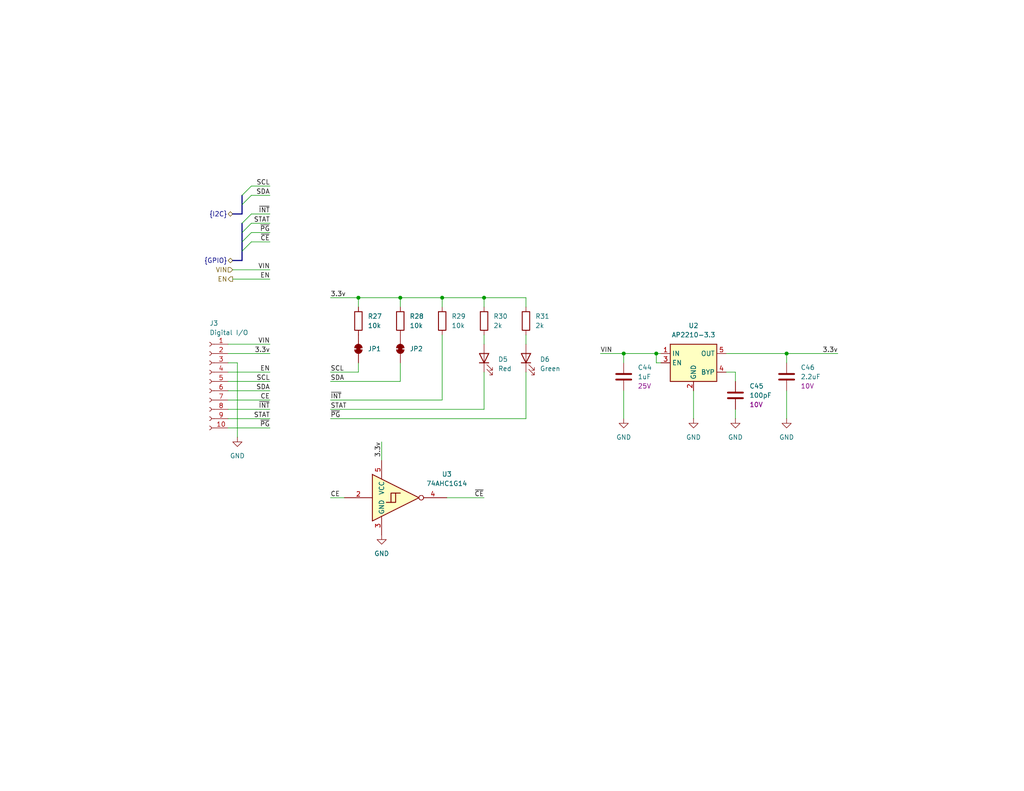
<source format=kicad_sch>
(kicad_sch
	(version 20250114)
	(generator "eeschema")
	(generator_version "9.0")
	(uuid "3c867c0d-33fd-4c49-bce8-598847bfc608")
	(paper "USLetter")
	(title_block
		(title "I²C-PPS Digital I/O and Indication")
		(date "2026-02-21")
		(rev "1")
	)
	(lib_symbols
		(symbol "74xGxx:74AHC1G14"
			(exclude_from_sim no)
			(in_bom yes)
			(on_board yes)
			(property "Reference" "U"
				(at 0 3.81 0)
				(effects
					(font
						(size 1.27 1.27)
					)
					(justify left)
				)
			)
			(property "Value" "74AHC1G14"
				(at 0 -3.81 0)
				(effects
					(font
						(size 1.27 1.27)
					)
					(justify left)
				)
			)
			(property "Footprint" ""
				(at 0 0 0)
				(effects
					(font
						(size 1.27 1.27)
					)
					(hide yes)
				)
			)
			(property "Datasheet" "https://www.ti.com/lit/ds/symlink/sn74lvc1g14.pdf"
				(at 0 -6.35 0)
				(effects
					(font
						(size 1.27 1.27)
					)
					(justify left)
					(hide yes)
				)
			)
			(property "Description" "Single Schmitt NOT Gate, Low-Voltage CMOS"
				(at 0 0 0)
				(effects
					(font
						(size 1.27 1.27)
					)
					(hide yes)
				)
			)
			(property "ki_keywords" "Single Gate NOT Schmitt LVC CMOS"
				(at 0 0 0)
				(effects
					(font
						(size 1.27 1.27)
					)
					(hide yes)
				)
			)
			(property "ki_fp_filters" "SOT?23* SOT?553*"
				(at 0 0 0)
				(effects
					(font
						(size 1.27 1.27)
					)
					(hide yes)
				)
			)
			(symbol "74AHC1G14_0_1"
				(polyline
					(pts
						(xy -7.62 6.35) (xy -7.62 -6.35) (xy 5.08 0) (xy -7.62 6.35)
					)
					(stroke
						(width 0.254)
						(type default)
					)
					(fill
						(type background)
					)
				)
			)
			(symbol "74AHC1G14_1_1"
				(polyline
					(pts
						(xy -3.81 -1.27) (xy -1.27 -1.27) (xy -1.27 1.27)
					)
					(stroke
						(width 0.254)
						(type default)
					)
					(fill
						(type none)
					)
				)
				(polyline
					(pts
						(xy -2.54 -1.27) (xy -2.54 1.27) (xy 0 1.27)
					)
					(stroke
						(width 0.254)
						(type default)
					)
					(fill
						(type none)
					)
				)
				(pin input line
					(at -15.24 0 0)
					(length 7.62)
					(name "~"
						(effects
							(font
								(size 1.27 1.27)
							)
						)
					)
					(number "2"
						(effects
							(font
								(size 1.27 1.27)
							)
						)
					)
				)
				(pin no_connect line
					(at -7.62 5.08 180)
					(length 5.08)
					(hide yes)
					(name "NC"
						(effects
							(font
								(size 1.27 1.27)
							)
						)
					)
					(number "1"
						(effects
							(font
								(size 1.27 1.27)
							)
						)
					)
				)
				(pin power_in line
					(at -5.08 10.16 270)
					(length 5.08)
					(name "VCC"
						(effects
							(font
								(size 1.27 1.27)
							)
						)
					)
					(number "5"
						(effects
							(font
								(size 1.27 1.27)
							)
						)
					)
				)
				(pin power_in line
					(at -5.08 -10.16 90)
					(length 5.08)
					(name "GND"
						(effects
							(font
								(size 1.27 1.27)
							)
						)
					)
					(number "3"
						(effects
							(font
								(size 1.27 1.27)
							)
						)
					)
				)
				(pin output inverted
					(at 12.7 0 180)
					(length 7.62)
					(name "~"
						(effects
							(font
								(size 1.27 1.27)
							)
						)
					)
					(number "4"
						(effects
							(font
								(size 1.27 1.27)
							)
						)
					)
				)
			)
			(embedded_fonts no)
		)
		(symbol "Connector:Conn_01x10_Socket"
			(pin_names
				(offset 1.016)
				(hide yes)
			)
			(exclude_from_sim no)
			(in_bom yes)
			(on_board yes)
			(property "Reference" "J"
				(at 0 12.7 0)
				(effects
					(font
						(size 1.27 1.27)
					)
				)
			)
			(property "Value" "Conn_01x10_Socket"
				(at 0 -15.24 0)
				(effects
					(font
						(size 1.27 1.27)
					)
				)
			)
			(property "Footprint" ""
				(at 0 0 0)
				(effects
					(font
						(size 1.27 1.27)
					)
					(hide yes)
				)
			)
			(property "Datasheet" "~"
				(at 0 0 0)
				(effects
					(font
						(size 1.27 1.27)
					)
					(hide yes)
				)
			)
			(property "Description" "Generic connector, single row, 01x10, script generated"
				(at 0 0 0)
				(effects
					(font
						(size 1.27 1.27)
					)
					(hide yes)
				)
			)
			(property "ki_locked" ""
				(at 0 0 0)
				(effects
					(font
						(size 1.27 1.27)
					)
				)
			)
			(property "ki_keywords" "connector"
				(at 0 0 0)
				(effects
					(font
						(size 1.27 1.27)
					)
					(hide yes)
				)
			)
			(property "ki_fp_filters" "Connector*:*_1x??_*"
				(at 0 0 0)
				(effects
					(font
						(size 1.27 1.27)
					)
					(hide yes)
				)
			)
			(symbol "Conn_01x10_Socket_1_1"
				(polyline
					(pts
						(xy -1.27 10.16) (xy -0.508 10.16)
					)
					(stroke
						(width 0.1524)
						(type default)
					)
					(fill
						(type none)
					)
				)
				(polyline
					(pts
						(xy -1.27 7.62) (xy -0.508 7.62)
					)
					(stroke
						(width 0.1524)
						(type default)
					)
					(fill
						(type none)
					)
				)
				(polyline
					(pts
						(xy -1.27 5.08) (xy -0.508 5.08)
					)
					(stroke
						(width 0.1524)
						(type default)
					)
					(fill
						(type none)
					)
				)
				(polyline
					(pts
						(xy -1.27 2.54) (xy -0.508 2.54)
					)
					(stroke
						(width 0.1524)
						(type default)
					)
					(fill
						(type none)
					)
				)
				(polyline
					(pts
						(xy -1.27 0) (xy -0.508 0)
					)
					(stroke
						(width 0.1524)
						(type default)
					)
					(fill
						(type none)
					)
				)
				(polyline
					(pts
						(xy -1.27 -2.54) (xy -0.508 -2.54)
					)
					(stroke
						(width 0.1524)
						(type default)
					)
					(fill
						(type none)
					)
				)
				(polyline
					(pts
						(xy -1.27 -5.08) (xy -0.508 -5.08)
					)
					(stroke
						(width 0.1524)
						(type default)
					)
					(fill
						(type none)
					)
				)
				(polyline
					(pts
						(xy -1.27 -7.62) (xy -0.508 -7.62)
					)
					(stroke
						(width 0.1524)
						(type default)
					)
					(fill
						(type none)
					)
				)
				(polyline
					(pts
						(xy -1.27 -10.16) (xy -0.508 -10.16)
					)
					(stroke
						(width 0.1524)
						(type default)
					)
					(fill
						(type none)
					)
				)
				(polyline
					(pts
						(xy -1.27 -12.7) (xy -0.508 -12.7)
					)
					(stroke
						(width 0.1524)
						(type default)
					)
					(fill
						(type none)
					)
				)
				(arc
					(start 0 9.652)
					(mid -0.5058 10.16)
					(end 0 10.668)
					(stroke
						(width 0.1524)
						(type default)
					)
					(fill
						(type none)
					)
				)
				(arc
					(start 0 7.112)
					(mid -0.5058 7.62)
					(end 0 8.128)
					(stroke
						(width 0.1524)
						(type default)
					)
					(fill
						(type none)
					)
				)
				(arc
					(start 0 4.572)
					(mid -0.5058 5.08)
					(end 0 5.588)
					(stroke
						(width 0.1524)
						(type default)
					)
					(fill
						(type none)
					)
				)
				(arc
					(start 0 2.032)
					(mid -0.5058 2.54)
					(end 0 3.048)
					(stroke
						(width 0.1524)
						(type default)
					)
					(fill
						(type none)
					)
				)
				(arc
					(start 0 -0.508)
					(mid -0.5058 0)
					(end 0 0.508)
					(stroke
						(width 0.1524)
						(type default)
					)
					(fill
						(type none)
					)
				)
				(arc
					(start 0 -3.048)
					(mid -0.5058 -2.54)
					(end 0 -2.032)
					(stroke
						(width 0.1524)
						(type default)
					)
					(fill
						(type none)
					)
				)
				(arc
					(start 0 -5.588)
					(mid -0.5058 -5.08)
					(end 0 -4.572)
					(stroke
						(width 0.1524)
						(type default)
					)
					(fill
						(type none)
					)
				)
				(arc
					(start 0 -8.128)
					(mid -0.5058 -7.62)
					(end 0 -7.112)
					(stroke
						(width 0.1524)
						(type default)
					)
					(fill
						(type none)
					)
				)
				(arc
					(start 0 -10.668)
					(mid -0.5058 -10.16)
					(end 0 -9.652)
					(stroke
						(width 0.1524)
						(type default)
					)
					(fill
						(type none)
					)
				)
				(arc
					(start 0 -13.208)
					(mid -0.5058 -12.7)
					(end 0 -12.192)
					(stroke
						(width 0.1524)
						(type default)
					)
					(fill
						(type none)
					)
				)
				(pin passive line
					(at -5.08 10.16 0)
					(length 3.81)
					(name "Pin_1"
						(effects
							(font
								(size 1.27 1.27)
							)
						)
					)
					(number "1"
						(effects
							(font
								(size 1.27 1.27)
							)
						)
					)
				)
				(pin passive line
					(at -5.08 7.62 0)
					(length 3.81)
					(name "Pin_2"
						(effects
							(font
								(size 1.27 1.27)
							)
						)
					)
					(number "2"
						(effects
							(font
								(size 1.27 1.27)
							)
						)
					)
				)
				(pin passive line
					(at -5.08 5.08 0)
					(length 3.81)
					(name "Pin_3"
						(effects
							(font
								(size 1.27 1.27)
							)
						)
					)
					(number "3"
						(effects
							(font
								(size 1.27 1.27)
							)
						)
					)
				)
				(pin passive line
					(at -5.08 2.54 0)
					(length 3.81)
					(name "Pin_4"
						(effects
							(font
								(size 1.27 1.27)
							)
						)
					)
					(number "4"
						(effects
							(font
								(size 1.27 1.27)
							)
						)
					)
				)
				(pin passive line
					(at -5.08 0 0)
					(length 3.81)
					(name "Pin_5"
						(effects
							(font
								(size 1.27 1.27)
							)
						)
					)
					(number "5"
						(effects
							(font
								(size 1.27 1.27)
							)
						)
					)
				)
				(pin passive line
					(at -5.08 -2.54 0)
					(length 3.81)
					(name "Pin_6"
						(effects
							(font
								(size 1.27 1.27)
							)
						)
					)
					(number "6"
						(effects
							(font
								(size 1.27 1.27)
							)
						)
					)
				)
				(pin passive line
					(at -5.08 -5.08 0)
					(length 3.81)
					(name "Pin_7"
						(effects
							(font
								(size 1.27 1.27)
							)
						)
					)
					(number "7"
						(effects
							(font
								(size 1.27 1.27)
							)
						)
					)
				)
				(pin passive line
					(at -5.08 -7.62 0)
					(length 3.81)
					(name "Pin_8"
						(effects
							(font
								(size 1.27 1.27)
							)
						)
					)
					(number "8"
						(effects
							(font
								(size 1.27 1.27)
							)
						)
					)
				)
				(pin passive line
					(at -5.08 -10.16 0)
					(length 3.81)
					(name "Pin_9"
						(effects
							(font
								(size 1.27 1.27)
							)
						)
					)
					(number "9"
						(effects
							(font
								(size 1.27 1.27)
							)
						)
					)
				)
				(pin passive line
					(at -5.08 -12.7 0)
					(length 3.81)
					(name "Pin_10"
						(effects
							(font
								(size 1.27 1.27)
							)
						)
					)
					(number "10"
						(effects
							(font
								(size 1.27 1.27)
							)
						)
					)
				)
			)
			(embedded_fonts no)
		)
		(symbol "Device:C"
			(pin_numbers
				(hide yes)
			)
			(pin_names
				(offset 0.254)
			)
			(exclude_from_sim no)
			(in_bom yes)
			(on_board yes)
			(property "Reference" "C"
				(at 0.635 2.54 0)
				(effects
					(font
						(size 1.27 1.27)
					)
					(justify left)
				)
			)
			(property "Value" "C"
				(at 0.635 -2.54 0)
				(effects
					(font
						(size 1.27 1.27)
					)
					(justify left)
				)
			)
			(property "Footprint" ""
				(at 0.9652 -3.81 0)
				(effects
					(font
						(size 1.27 1.27)
					)
					(hide yes)
				)
			)
			(property "Datasheet" "~"
				(at 0 0 0)
				(effects
					(font
						(size 1.27 1.27)
					)
					(hide yes)
				)
			)
			(property "Description" "Unpolarized capacitor"
				(at 0 0 0)
				(effects
					(font
						(size 1.27 1.27)
					)
					(hide yes)
				)
			)
			(property "ki_keywords" "cap capacitor"
				(at 0 0 0)
				(effects
					(font
						(size 1.27 1.27)
					)
					(hide yes)
				)
			)
			(property "ki_fp_filters" "C_*"
				(at 0 0 0)
				(effects
					(font
						(size 1.27 1.27)
					)
					(hide yes)
				)
			)
			(symbol "C_0_1"
				(polyline
					(pts
						(xy -2.032 0.762) (xy 2.032 0.762)
					)
					(stroke
						(width 0.508)
						(type default)
					)
					(fill
						(type none)
					)
				)
				(polyline
					(pts
						(xy -2.032 -0.762) (xy 2.032 -0.762)
					)
					(stroke
						(width 0.508)
						(type default)
					)
					(fill
						(type none)
					)
				)
			)
			(symbol "C_1_1"
				(pin passive line
					(at 0 3.81 270)
					(length 2.794)
					(name "~"
						(effects
							(font
								(size 1.27 1.27)
							)
						)
					)
					(number "1"
						(effects
							(font
								(size 1.27 1.27)
							)
						)
					)
				)
				(pin passive line
					(at 0 -3.81 90)
					(length 2.794)
					(name "~"
						(effects
							(font
								(size 1.27 1.27)
							)
						)
					)
					(number "2"
						(effects
							(font
								(size 1.27 1.27)
							)
						)
					)
				)
			)
			(embedded_fonts no)
		)
		(symbol "Device:LED"
			(pin_numbers
				(hide yes)
			)
			(pin_names
				(offset 1.016)
				(hide yes)
			)
			(exclude_from_sim no)
			(in_bom yes)
			(on_board yes)
			(property "Reference" "D"
				(at 0 2.54 0)
				(effects
					(font
						(size 1.27 1.27)
					)
				)
			)
			(property "Value" "LED"
				(at 0 -2.54 0)
				(effects
					(font
						(size 1.27 1.27)
					)
				)
			)
			(property "Footprint" ""
				(at 0 0 0)
				(effects
					(font
						(size 1.27 1.27)
					)
					(hide yes)
				)
			)
			(property "Datasheet" "~"
				(at 0 0 0)
				(effects
					(font
						(size 1.27 1.27)
					)
					(hide yes)
				)
			)
			(property "Description" "Light emitting diode"
				(at 0 0 0)
				(effects
					(font
						(size 1.27 1.27)
					)
					(hide yes)
				)
			)
			(property "Sim.Pins" "1=K 2=A"
				(at 0 0 0)
				(effects
					(font
						(size 1.27 1.27)
					)
					(hide yes)
				)
			)
			(property "ki_keywords" "LED diode"
				(at 0 0 0)
				(effects
					(font
						(size 1.27 1.27)
					)
					(hide yes)
				)
			)
			(property "ki_fp_filters" "LED* LED_SMD:* LED_THT:*"
				(at 0 0 0)
				(effects
					(font
						(size 1.27 1.27)
					)
					(hide yes)
				)
			)
			(symbol "LED_0_1"
				(polyline
					(pts
						(xy -3.048 -0.762) (xy -4.572 -2.286) (xy -3.81 -2.286) (xy -4.572 -2.286) (xy -4.572 -1.524)
					)
					(stroke
						(width 0)
						(type default)
					)
					(fill
						(type none)
					)
				)
				(polyline
					(pts
						(xy -1.778 -0.762) (xy -3.302 -2.286) (xy -2.54 -2.286) (xy -3.302 -2.286) (xy -3.302 -1.524)
					)
					(stroke
						(width 0)
						(type default)
					)
					(fill
						(type none)
					)
				)
				(polyline
					(pts
						(xy -1.27 0) (xy 1.27 0)
					)
					(stroke
						(width 0)
						(type default)
					)
					(fill
						(type none)
					)
				)
				(polyline
					(pts
						(xy -1.27 -1.27) (xy -1.27 1.27)
					)
					(stroke
						(width 0.254)
						(type default)
					)
					(fill
						(type none)
					)
				)
				(polyline
					(pts
						(xy 1.27 -1.27) (xy 1.27 1.27) (xy -1.27 0) (xy 1.27 -1.27)
					)
					(stroke
						(width 0.254)
						(type default)
					)
					(fill
						(type none)
					)
				)
			)
			(symbol "LED_1_1"
				(pin passive line
					(at -3.81 0 0)
					(length 2.54)
					(name "K"
						(effects
							(font
								(size 1.27 1.27)
							)
						)
					)
					(number "1"
						(effects
							(font
								(size 1.27 1.27)
							)
						)
					)
				)
				(pin passive line
					(at 3.81 0 180)
					(length 2.54)
					(name "A"
						(effects
							(font
								(size 1.27 1.27)
							)
						)
					)
					(number "2"
						(effects
							(font
								(size 1.27 1.27)
							)
						)
					)
				)
			)
			(embedded_fonts no)
		)
		(symbol "Device:R"
			(pin_numbers
				(hide yes)
			)
			(pin_names
				(offset 0)
			)
			(exclude_from_sim no)
			(in_bom yes)
			(on_board yes)
			(property "Reference" "R"
				(at 2.032 0 90)
				(effects
					(font
						(size 1.27 1.27)
					)
				)
			)
			(property "Value" "R"
				(at 0 0 90)
				(effects
					(font
						(size 1.27 1.27)
					)
				)
			)
			(property "Footprint" ""
				(at -1.778 0 90)
				(effects
					(font
						(size 1.27 1.27)
					)
					(hide yes)
				)
			)
			(property "Datasheet" "~"
				(at 0 0 0)
				(effects
					(font
						(size 1.27 1.27)
					)
					(hide yes)
				)
			)
			(property "Description" "Resistor"
				(at 0 0 0)
				(effects
					(font
						(size 1.27 1.27)
					)
					(hide yes)
				)
			)
			(property "ki_keywords" "R res resistor"
				(at 0 0 0)
				(effects
					(font
						(size 1.27 1.27)
					)
					(hide yes)
				)
			)
			(property "ki_fp_filters" "R_*"
				(at 0 0 0)
				(effects
					(font
						(size 1.27 1.27)
					)
					(hide yes)
				)
			)
			(symbol "R_0_1"
				(rectangle
					(start -1.016 -2.54)
					(end 1.016 2.54)
					(stroke
						(width 0.254)
						(type default)
					)
					(fill
						(type none)
					)
				)
			)
			(symbol "R_1_1"
				(pin passive line
					(at 0 3.81 270)
					(length 1.27)
					(name "~"
						(effects
							(font
								(size 1.27 1.27)
							)
						)
					)
					(number "1"
						(effects
							(font
								(size 1.27 1.27)
							)
						)
					)
				)
				(pin passive line
					(at 0 -3.81 90)
					(length 1.27)
					(name "~"
						(effects
							(font
								(size 1.27 1.27)
							)
						)
					)
					(number "2"
						(effects
							(font
								(size 1.27 1.27)
							)
						)
					)
				)
			)
			(embedded_fonts no)
		)
		(symbol "Jumper:SolderJumper_2_Bridged"
			(pin_numbers
				(hide yes)
			)
			(pin_names
				(offset 0)
				(hide yes)
			)
			(exclude_from_sim no)
			(in_bom no)
			(on_board yes)
			(property "Reference" "JP"
				(at 0 2.032 0)
				(effects
					(font
						(size 1.27 1.27)
					)
				)
			)
			(property "Value" "SolderJumper_2_Bridged"
				(at 0 -2.54 0)
				(effects
					(font
						(size 1.27 1.27)
					)
				)
			)
			(property "Footprint" ""
				(at 0 0 0)
				(effects
					(font
						(size 1.27 1.27)
					)
					(hide yes)
				)
			)
			(property "Datasheet" "~"
				(at 0 0 0)
				(effects
					(font
						(size 1.27 1.27)
					)
					(hide yes)
				)
			)
			(property "Description" "Solder Jumper, 2-pole, closed/bridged"
				(at 0 0 0)
				(effects
					(font
						(size 1.27 1.27)
					)
					(hide yes)
				)
			)
			(property "ki_keywords" "solder jumper SPST"
				(at 0 0 0)
				(effects
					(font
						(size 1.27 1.27)
					)
					(hide yes)
				)
			)
			(property "ki_fp_filters" "SolderJumper*Bridged*"
				(at 0 0 0)
				(effects
					(font
						(size 1.27 1.27)
					)
					(hide yes)
				)
			)
			(symbol "SolderJumper_2_Bridged_0_1"
				(rectangle
					(start -0.508 0.508)
					(end 0.508 -0.508)
					(stroke
						(width 0)
						(type default)
					)
					(fill
						(type outline)
					)
				)
				(polyline
					(pts
						(xy -0.254 1.016) (xy -0.254 -1.016)
					)
					(stroke
						(width 0)
						(type default)
					)
					(fill
						(type none)
					)
				)
				(arc
					(start -0.254 -1.016)
					(mid -1.2656 0)
					(end -0.254 1.016)
					(stroke
						(width 0)
						(type default)
					)
					(fill
						(type none)
					)
				)
				(arc
					(start -0.254 -1.016)
					(mid -1.2656 0)
					(end -0.254 1.016)
					(stroke
						(width 0)
						(type default)
					)
					(fill
						(type outline)
					)
				)
				(arc
					(start 0.254 1.016)
					(mid 1.2656 0)
					(end 0.254 -1.016)
					(stroke
						(width 0)
						(type default)
					)
					(fill
						(type none)
					)
				)
				(arc
					(start 0.254 1.016)
					(mid 1.2656 0)
					(end 0.254 -1.016)
					(stroke
						(width 0)
						(type default)
					)
					(fill
						(type outline)
					)
				)
				(polyline
					(pts
						(xy 0.254 1.016) (xy 0.254 -1.016)
					)
					(stroke
						(width 0)
						(type default)
					)
					(fill
						(type none)
					)
				)
			)
			(symbol "SolderJumper_2_Bridged_1_1"
				(pin passive line
					(at -3.81 0 0)
					(length 2.54)
					(name "A"
						(effects
							(font
								(size 1.27 1.27)
							)
						)
					)
					(number "1"
						(effects
							(font
								(size 1.27 1.27)
							)
						)
					)
				)
				(pin passive line
					(at 3.81 0 180)
					(length 2.54)
					(name "B"
						(effects
							(font
								(size 1.27 1.27)
							)
						)
					)
					(number "2"
						(effects
							(font
								(size 1.27 1.27)
							)
						)
					)
				)
			)
			(embedded_fonts no)
		)
		(symbol "i2c-pps-hw:AP2210-3.3"
			(exclude_from_sim no)
			(in_bom yes)
			(on_board yes)
			(property "Reference" "U"
				(at -3.81 6.35 0)
				(effects
					(font
						(size 1.27 1.27)
					)
				)
			)
			(property "Value" "AP2210-3.3"
				(at 6.35 6.35 0)
				(effects
					(font
						(size 1.27 1.27)
					)
				)
			)
			(property "Footprint" "Package_TO_SOT_SMD:SOT-23-5"
				(at 0 8.89 0)
				(effects
					(font
						(size 1.27 1.27)
					)
					(hide yes)
				)
			)
			(property "Datasheet" ""
				(at 0 12.7 0)
				(effects
					(font
						(size 1.27 1.27)
					)
					(hide yes)
				)
			)
			(property "Description" "300mA, LDO, SOT-23"
				(at 0 0 0)
				(effects
					(font
						(size 1.27 1.27)
					)
					(hide yes)
				)
			)
			(property "ki_keywords" "Single Output LDO"
				(at 0 0 0)
				(effects
					(font
						(size 1.27 1.27)
					)
					(hide yes)
				)
			)
			(property "ki_fp_filters" "SOT?23*"
				(at 0 0 0)
				(effects
					(font
						(size 1.27 1.27)
					)
					(hide yes)
				)
			)
			(symbol "AP2210-3.3_0_1"
				(rectangle
					(start -6.35 5.08)
					(end 6.35 -5.08)
					(stroke
						(width 0.254)
						(type default)
					)
					(fill
						(type background)
					)
				)
				(pin power_in line
					(at -8.89 2.54 0)
					(length 2.54)
					(name "IN"
						(effects
							(font
								(size 1.27 1.27)
							)
						)
					)
					(number "1"
						(effects
							(font
								(size 1.27 1.27)
							)
						)
					)
				)
				(pin input line
					(at -8.89 0 0)
					(length 2.54)
					(name "EN"
						(effects
							(font
								(size 1.27 1.27)
							)
						)
					)
					(number "3"
						(effects
							(font
								(size 1.27 1.27)
							)
						)
					)
				)
				(pin power_in line
					(at 0 -7.62 90)
					(length 2.54)
					(name "GND"
						(effects
							(font
								(size 1.27 1.27)
							)
						)
					)
					(number "2"
						(effects
							(font
								(size 1.27 1.27)
							)
						)
					)
				)
				(pin no_connect line
					(at 5.08 0 180)
					(length 2.54)
					(hide yes)
					(name "NC"
						(effects
							(font
								(size 1.27 1.27)
							)
						)
					)
					(number "4"
						(effects
							(font
								(size 1.27 1.27)
							)
						)
					)
				)
				(pin power_out line
					(at 8.89 2.54 180)
					(length 2.54)
					(name "OUT"
						(effects
							(font
								(size 1.27 1.27)
							)
						)
					)
					(number "5"
						(effects
							(font
								(size 1.27 1.27)
							)
						)
					)
				)
			)
			(symbol "AP2210-3.3_1_1"
				(pin output line
					(at 8.89 -2.54 180)
					(length 2.54)
					(name "BYP"
						(effects
							(font
								(size 1.27 1.27)
							)
						)
					)
					(number "4"
						(effects
							(font
								(size 1.27 1.27)
							)
						)
					)
				)
			)
			(embedded_fonts no)
		)
		(symbol "power:GND"
			(power)
			(pin_numbers
				(hide yes)
			)
			(pin_names
				(offset 0)
				(hide yes)
			)
			(exclude_from_sim no)
			(in_bom yes)
			(on_board yes)
			(property "Reference" "#PWR"
				(at 0 -6.35 0)
				(effects
					(font
						(size 1.27 1.27)
					)
					(hide yes)
				)
			)
			(property "Value" "GND"
				(at 0 -3.81 0)
				(effects
					(font
						(size 1.27 1.27)
					)
				)
			)
			(property "Footprint" ""
				(at 0 0 0)
				(effects
					(font
						(size 1.27 1.27)
					)
					(hide yes)
				)
			)
			(property "Datasheet" ""
				(at 0 0 0)
				(effects
					(font
						(size 1.27 1.27)
					)
					(hide yes)
				)
			)
			(property "Description" "Power symbol creates a global label with name \"GND\" , ground"
				(at 0 0 0)
				(effects
					(font
						(size 1.27 1.27)
					)
					(hide yes)
				)
			)
			(property "ki_keywords" "global power"
				(at 0 0 0)
				(effects
					(font
						(size 1.27 1.27)
					)
					(hide yes)
				)
			)
			(symbol "GND_0_1"
				(polyline
					(pts
						(xy 0 0) (xy 0 -1.27) (xy 1.27 -1.27) (xy 0 -2.54) (xy -1.27 -1.27) (xy 0 -1.27)
					)
					(stroke
						(width 0)
						(type default)
					)
					(fill
						(type none)
					)
				)
			)
			(symbol "GND_1_1"
				(pin power_in line
					(at 0 0 270)
					(length 0)
					(name "~"
						(effects
							(font
								(size 1.27 1.27)
							)
						)
					)
					(number "1"
						(effects
							(font
								(size 1.27 1.27)
							)
						)
					)
				)
			)
			(embedded_fonts no)
		)
	)
	(junction
		(at 170.18 96.52)
		(diameter 0)
		(color 0 0 0 0)
		(uuid "050713bb-016c-4921-b59e-8343000b39e5")
	)
	(junction
		(at 97.79 81.28)
		(diameter 0)
		(color 0 0 0 0)
		(uuid "64947403-d977-42b5-a86a-a55e567c0ac3")
	)
	(junction
		(at 109.22 81.28)
		(diameter 0)
		(color 0 0 0 0)
		(uuid "86be3952-c906-43d8-af00-a304e92486ab")
	)
	(junction
		(at 214.63 96.52)
		(diameter 0)
		(color 0 0 0 0)
		(uuid "bb9f27c4-06d9-4327-a24f-4c3eb7cc24a7")
	)
	(junction
		(at 132.08 81.28)
		(diameter 0)
		(color 0 0 0 0)
		(uuid "dfa16cb6-dc71-4e99-a080-df0b9cb5b252")
	)
	(junction
		(at 120.65 81.28)
		(diameter 0)
		(color 0 0 0 0)
		(uuid "ec3188ff-15cb-4294-b8d6-13ed47733eb7")
	)
	(junction
		(at 179.07 96.52)
		(diameter 0)
		(color 0 0 0 0)
		(uuid "ff036dee-cecd-44ab-9119-81b24cea144c")
	)
	(bus_entry
		(at 68.58 63.5)
		(size -2.54 2.54)
		(stroke
			(width 0)
			(type default)
		)
		(uuid "1bd646dc-35be-405c-a910-cd5635b49bd5")
	)
	(bus_entry
		(at 68.58 60.96)
		(size -2.54 2.54)
		(stroke
			(width 0)
			(type default)
		)
		(uuid "388ada76-f989-42ba-a156-a9b762189549")
	)
	(bus_entry
		(at 68.58 66.04)
		(size -2.54 2.54)
		(stroke
			(width 0)
			(type default)
		)
		(uuid "42e4f829-11ca-4dff-bb12-473c9f748b16")
	)
	(bus_entry
		(at 68.58 53.34)
		(size -2.54 2.54)
		(stroke
			(width 0)
			(type default)
		)
		(uuid "5b691fe2-4664-47c2-a7dd-97553a4c3c4d")
	)
	(bus_entry
		(at 68.58 58.42)
		(size -2.54 2.54)
		(stroke
			(width 0)
			(type default)
		)
		(uuid "748c74ba-58e0-4235-b645-e60bbb4ce2ed")
	)
	(bus_entry
		(at 68.58 50.8)
		(size -2.54 2.54)
		(stroke
			(width 0)
			(type default)
		)
		(uuid "c1607a31-d80a-40f6-b73d-37ca62979777")
	)
	(wire
		(pts
			(xy 90.17 101.6) (xy 97.79 101.6)
		)
		(stroke
			(width 0)
			(type default)
		)
		(uuid "05becf74-087d-4399-9f9c-903c45ba9b8f")
	)
	(wire
		(pts
			(xy 62.23 116.84) (xy 73.66 116.84)
		)
		(stroke
			(width 0)
			(type default)
		)
		(uuid "087f30a6-6235-4951-9362-7decec309a19")
	)
	(wire
		(pts
			(xy 68.58 63.5) (xy 73.66 63.5)
		)
		(stroke
			(width 0)
			(type default)
		)
		(uuid "14eafe29-c64b-4db3-b151-175b94b476ce")
	)
	(wire
		(pts
			(xy 68.58 53.34) (xy 73.66 53.34)
		)
		(stroke
			(width 0)
			(type default)
		)
		(uuid "180f7217-c6b9-4595-a0ba-5c8135a36b42")
	)
	(bus
		(pts
			(xy 66.04 66.04) (xy 66.04 68.58)
		)
		(stroke
			(width 0)
			(type default)
		)
		(uuid "19c864ce-110e-4686-aa70-7e5f1de8b26c")
	)
	(bus
		(pts
			(xy 63.5 71.12) (xy 66.04 71.12)
		)
		(stroke
			(width 0)
			(type default)
		)
		(uuid "22e1e781-9419-4b08-9fb3-1c26a1df65b4")
	)
	(wire
		(pts
			(xy 180.34 99.06) (xy 179.07 99.06)
		)
		(stroke
			(width 0)
			(type default)
		)
		(uuid "261024da-7585-4d83-88bc-77f188153c29")
	)
	(wire
		(pts
			(xy 97.79 101.6) (xy 97.79 99.06)
		)
		(stroke
			(width 0)
			(type default)
		)
		(uuid "27cdd68d-eac0-4dec-95d4-3916bbf99303")
	)
	(bus
		(pts
			(xy 66.04 53.34) (xy 66.04 55.88)
		)
		(stroke
			(width 0)
			(type default)
		)
		(uuid "308bd057-a200-4bb7-8505-553f09a09f54")
	)
	(wire
		(pts
			(xy 97.79 81.28) (xy 97.79 83.82)
		)
		(stroke
			(width 0)
			(type default)
		)
		(uuid "3447b212-89ba-4867-ba67-b28cd8a882e5")
	)
	(bus
		(pts
			(xy 63.5 58.42) (xy 66.04 58.42)
		)
		(stroke
			(width 0)
			(type default)
		)
		(uuid "389e2242-5f37-4501-88ee-e2500f2bdc61")
	)
	(wire
		(pts
			(xy 64.77 119.38) (xy 64.77 99.06)
		)
		(stroke
			(width 0)
			(type default)
		)
		(uuid "3cb61d8d-6f26-4259-a3d2-482d6ec640ea")
	)
	(wire
		(pts
			(xy 200.66 111.76) (xy 200.66 114.3)
		)
		(stroke
			(width 0)
			(type default)
		)
		(uuid "3cc33401-0b87-47ff-a32c-97babab18c67")
	)
	(wire
		(pts
			(xy 109.22 104.14) (xy 109.22 99.06)
		)
		(stroke
			(width 0)
			(type default)
		)
		(uuid "3ea512ad-dab7-40c2-a8b0-f14382b6cbfd")
	)
	(wire
		(pts
			(xy 62.23 93.98) (xy 73.66 93.98)
		)
		(stroke
			(width 0)
			(type default)
		)
		(uuid "4093e5c7-61c7-4e17-acdd-f3eb40551478")
	)
	(wire
		(pts
			(xy 214.63 96.52) (xy 214.63 99.06)
		)
		(stroke
			(width 0)
			(type default)
		)
		(uuid "42c30fb5-ae3e-4fe0-99c7-d82889904e02")
	)
	(wire
		(pts
			(xy 179.07 99.06) (xy 179.07 96.52)
		)
		(stroke
			(width 0)
			(type default)
		)
		(uuid "48eb31b0-6d99-4441-92df-518ce50d6f22")
	)
	(wire
		(pts
			(xy 104.14 120.65) (xy 104.14 125.73)
		)
		(stroke
			(width 0)
			(type default)
		)
		(uuid "4a8cc9aa-88d5-42b1-9a32-7fc613a22d6d")
	)
	(wire
		(pts
			(xy 62.23 104.14) (xy 73.66 104.14)
		)
		(stroke
			(width 0)
			(type default)
		)
		(uuid "4db9d56d-c1af-4c10-84f7-6cc6915ea98c")
	)
	(wire
		(pts
			(xy 163.83 96.52) (xy 170.18 96.52)
		)
		(stroke
			(width 0)
			(type default)
		)
		(uuid "4f7bcd54-d2d6-41af-af31-dd6c50f3951b")
	)
	(wire
		(pts
			(xy 179.07 96.52) (xy 180.34 96.52)
		)
		(stroke
			(width 0)
			(type default)
		)
		(uuid "51c77081-e29b-4176-b6cd-1f562128e7f4")
	)
	(wire
		(pts
			(xy 90.17 104.14) (xy 109.22 104.14)
		)
		(stroke
			(width 0)
			(type default)
		)
		(uuid "58734f0e-25ca-42a1-90ad-fa1fe3a80f35")
	)
	(wire
		(pts
			(xy 132.08 101.6) (xy 132.08 111.76)
		)
		(stroke
			(width 0)
			(type default)
		)
		(uuid "5e38ffef-0d22-49ff-95b6-12ef8b89a9bc")
	)
	(wire
		(pts
			(xy 120.65 83.82) (xy 120.65 81.28)
		)
		(stroke
			(width 0)
			(type default)
		)
		(uuid "5f97d48e-a353-402b-9aed-23ab485181cb")
	)
	(wire
		(pts
			(xy 198.12 96.52) (xy 214.63 96.52)
		)
		(stroke
			(width 0)
			(type default)
		)
		(uuid "6fdb15fa-fd34-48d0-83b4-2884fd4455dd")
	)
	(wire
		(pts
			(xy 90.17 81.28) (xy 97.79 81.28)
		)
		(stroke
			(width 0)
			(type default)
		)
		(uuid "7022ef2c-ceec-4500-8797-cb540cd9723a")
	)
	(wire
		(pts
			(xy 143.51 91.44) (xy 143.51 93.98)
		)
		(stroke
			(width 0)
			(type default)
		)
		(uuid "70c7a63a-8241-4e06-83dc-5db1efa643a2")
	)
	(wire
		(pts
			(xy 68.58 60.96) (xy 73.66 60.96)
		)
		(stroke
			(width 0)
			(type default)
		)
		(uuid "720f178e-bf28-4d0f-acb8-e1bf0190cbad")
	)
	(wire
		(pts
			(xy 143.51 114.3) (xy 90.17 114.3)
		)
		(stroke
			(width 0)
			(type default)
		)
		(uuid "778dd89d-b695-4e52-9440-5fd1d5dc363e")
	)
	(wire
		(pts
			(xy 90.17 135.89) (xy 93.98 135.89)
		)
		(stroke
			(width 0)
			(type default)
		)
		(uuid "7800a23d-bd27-44d3-8545-153798806e89")
	)
	(wire
		(pts
			(xy 189.23 114.3) (xy 189.23 106.68)
		)
		(stroke
			(width 0)
			(type default)
		)
		(uuid "795412a3-aefa-491f-a70a-7d17b4d2488c")
	)
	(wire
		(pts
			(xy 68.58 50.8) (xy 73.66 50.8)
		)
		(stroke
			(width 0)
			(type default)
		)
		(uuid "7a3166b7-9f69-4250-8030-a9dea1b980e2")
	)
	(wire
		(pts
			(xy 228.6 96.52) (xy 214.63 96.52)
		)
		(stroke
			(width 0)
			(type default)
		)
		(uuid "7a38b926-0ce9-40e4-b024-cfa0e990a6af")
	)
	(wire
		(pts
			(xy 97.79 81.28) (xy 109.22 81.28)
		)
		(stroke
			(width 0)
			(type default)
		)
		(uuid "7acf1f7d-c0c2-4deb-93ee-c4676f25b958")
	)
	(bus
		(pts
			(xy 66.04 68.58) (xy 66.04 71.12)
		)
		(stroke
			(width 0)
			(type default)
		)
		(uuid "7afc7698-ede2-4dfb-b5ca-e9189b5ea72c")
	)
	(bus
		(pts
			(xy 66.04 60.96) (xy 66.04 63.5)
		)
		(stroke
			(width 0)
			(type default)
		)
		(uuid "7ff0f49d-edf6-49c9-8faf-5633f153ae33")
	)
	(wire
		(pts
			(xy 68.58 58.42) (xy 73.66 58.42)
		)
		(stroke
			(width 0)
			(type default)
		)
		(uuid "804568a6-1901-4e72-8c45-789f7b9c5882")
	)
	(bus
		(pts
			(xy 66.04 63.5) (xy 66.04 66.04)
		)
		(stroke
			(width 0)
			(type default)
		)
		(uuid "82717e8a-eed7-4d73-8312-376950fb8475")
	)
	(wire
		(pts
			(xy 68.58 66.04) (xy 73.66 66.04)
		)
		(stroke
			(width 0)
			(type default)
		)
		(uuid "83115c6f-41e7-4ea0-a45d-69ff481a68ef")
	)
	(bus
		(pts
			(xy 66.04 55.88) (xy 66.04 58.42)
		)
		(stroke
			(width 0)
			(type default)
		)
		(uuid "85ad2527-95dd-4af2-aa1c-678b612f3adf")
	)
	(wire
		(pts
			(xy 132.08 91.44) (xy 132.08 93.98)
		)
		(stroke
			(width 0)
			(type default)
		)
		(uuid "85b8a36c-79fc-454e-ada7-dd7b39886b14")
	)
	(wire
		(pts
			(xy 62.23 114.3) (xy 73.66 114.3)
		)
		(stroke
			(width 0)
			(type default)
		)
		(uuid "86204235-b1d1-497d-9b84-4015fd8221ee")
	)
	(wire
		(pts
			(xy 132.08 135.89) (xy 121.92 135.89)
		)
		(stroke
			(width 0)
			(type default)
		)
		(uuid "8ca2d42d-f6b9-4c33-a788-77b538a6f029")
	)
	(wire
		(pts
			(xy 132.08 111.76) (xy 90.17 111.76)
		)
		(stroke
			(width 0)
			(type default)
		)
		(uuid "90b73d37-2081-4817-bc7e-b58f16917c1d")
	)
	(wire
		(pts
			(xy 120.65 91.44) (xy 120.65 109.22)
		)
		(stroke
			(width 0)
			(type default)
		)
		(uuid "962a6b01-5e8d-4ec2-98a0-de19d23847b7")
	)
	(wire
		(pts
			(xy 120.65 109.22) (xy 90.17 109.22)
		)
		(stroke
			(width 0)
			(type default)
		)
		(uuid "968eaff6-e92c-4fac-a0c0-50d2c1811e0b")
	)
	(wire
		(pts
			(xy 143.51 83.82) (xy 143.51 81.28)
		)
		(stroke
			(width 0)
			(type default)
		)
		(uuid "975982d3-7e7f-45a1-aa19-1d9da2802768")
	)
	(wire
		(pts
			(xy 143.51 101.6) (xy 143.51 114.3)
		)
		(stroke
			(width 0)
			(type default)
		)
		(uuid "997c9ca0-e195-46b1-bfd7-be00953d8d05")
	)
	(wire
		(pts
			(xy 62.23 106.68) (xy 73.66 106.68)
		)
		(stroke
			(width 0)
			(type default)
		)
		(uuid "9fc86675-2468-4c2d-9c59-93d6ed6dfd2a")
	)
	(wire
		(pts
			(xy 73.66 96.52) (xy 62.23 96.52)
		)
		(stroke
			(width 0)
			(type default)
		)
		(uuid "aaa6f580-d23d-4210-92bf-8e54120b73b0")
	)
	(wire
		(pts
			(xy 214.63 106.68) (xy 214.63 114.3)
		)
		(stroke
			(width 0)
			(type default)
		)
		(uuid "b27f5080-7bff-46ec-be14-e64de99462f3")
	)
	(wire
		(pts
			(xy 170.18 96.52) (xy 170.18 99.06)
		)
		(stroke
			(width 0)
			(type default)
		)
		(uuid "b5c83d6e-f594-4486-82d5-b933e36bcc77")
	)
	(wire
		(pts
			(xy 62.23 111.76) (xy 73.66 111.76)
		)
		(stroke
			(width 0)
			(type default)
		)
		(uuid "bea1d385-40d8-4070-b694-8d8b42beaebc")
	)
	(wire
		(pts
			(xy 132.08 83.82) (xy 132.08 81.28)
		)
		(stroke
			(width 0)
			(type default)
		)
		(uuid "c3556e7c-f71f-4e91-a582-396fa581d588")
	)
	(wire
		(pts
			(xy 132.08 81.28) (xy 120.65 81.28)
		)
		(stroke
			(width 0)
			(type default)
		)
		(uuid "c876dd8b-61be-43d0-a7ab-cb481d66e9a3")
	)
	(wire
		(pts
			(xy 63.5 73.66) (xy 73.66 73.66)
		)
		(stroke
			(width 0)
			(type default)
		)
		(uuid "cb8db439-c33f-4fac-8b14-bb3a150269c7")
	)
	(wire
		(pts
			(xy 62.23 109.22) (xy 73.66 109.22)
		)
		(stroke
			(width 0)
			(type default)
		)
		(uuid "ce6ee12b-d08c-4481-b332-1aedb430d0ff")
	)
	(wire
		(pts
			(xy 63.5 76.2) (xy 73.66 76.2)
		)
		(stroke
			(width 0)
			(type default)
		)
		(uuid "cee2931a-9bc3-409b-9fce-06b4f79f81bf")
	)
	(wire
		(pts
			(xy 62.23 99.06) (xy 64.77 99.06)
		)
		(stroke
			(width 0)
			(type default)
		)
		(uuid "cf6f9e44-a3a4-4106-9f97-1b75dd323a73")
	)
	(wire
		(pts
			(xy 143.51 81.28) (xy 132.08 81.28)
		)
		(stroke
			(width 0)
			(type default)
		)
		(uuid "d377f26e-17c2-4cfe-b5b8-51769a42d00d")
	)
	(wire
		(pts
			(xy 198.12 101.6) (xy 200.66 101.6)
		)
		(stroke
			(width 0)
			(type default)
		)
		(uuid "e7841416-049c-4969-83c9-7f8cae8a782c")
	)
	(wire
		(pts
			(xy 170.18 96.52) (xy 179.07 96.52)
		)
		(stroke
			(width 0)
			(type default)
		)
		(uuid "e7f9af2e-b5c5-42dc-89cf-24bcad9d25e3")
	)
	(wire
		(pts
			(xy 120.65 81.28) (xy 109.22 81.28)
		)
		(stroke
			(width 0)
			(type default)
		)
		(uuid "eb5f60ab-2105-4ddf-b560-4d15be50a923")
	)
	(wire
		(pts
			(xy 109.22 81.28) (xy 109.22 83.82)
		)
		(stroke
			(width 0)
			(type default)
		)
		(uuid "ed077fa9-d76f-46ca-9c27-0a5483b36735")
	)
	(wire
		(pts
			(xy 200.66 101.6) (xy 200.66 104.14)
		)
		(stroke
			(width 0)
			(type default)
		)
		(uuid "f6bf344e-50b0-4479-bcce-7a037528cdae")
	)
	(wire
		(pts
			(xy 170.18 106.68) (xy 170.18 114.3)
		)
		(stroke
			(width 0)
			(type default)
		)
		(uuid "fcab12fb-cef9-4e20-93fa-a6218bfae2e2")
	)
	(wire
		(pts
			(xy 62.23 101.6) (xy 73.66 101.6)
		)
		(stroke
			(width 0)
			(type default)
		)
		(uuid "fcf86d81-c83d-4a30-9462-cfc31d2fe82e")
	)
	(label "STAT"
		(at 73.66 60.96 180)
		(effects
			(font
				(size 1.27 1.27)
			)
			(justify right bottom)
		)
		(uuid "031d3cfc-1333-4a71-b5d1-c800765b9df6")
	)
	(label "SCL"
		(at 73.66 104.14 180)
		(effects
			(font
				(size 1.27 1.27)
			)
			(justify right bottom)
		)
		(uuid "0500f6c0-8cd1-437a-abbc-6e9f54f18a79")
	)
	(label "SCL"
		(at 73.66 50.8 180)
		(effects
			(font
				(size 1.27 1.27)
			)
			(justify right bottom)
		)
		(uuid "0626bb4b-f82a-43e6-b7a2-f2af96614e56")
	)
	(label "EN"
		(at 73.66 76.2 180)
		(effects
			(font
				(size 1.27 1.27)
			)
			(justify right bottom)
		)
		(uuid "19f47b3d-1def-4450-91fa-81f236e4262b")
	)
	(label "EN"
		(at 73.66 101.6 180)
		(effects
			(font
				(size 1.27 1.27)
			)
			(justify right bottom)
		)
		(uuid "26e426e2-76ce-495f-87a3-1120a075dc08")
	)
	(label "SCL"
		(at 90.17 101.6 0)
		(effects
			(font
				(size 1.27 1.27)
			)
			(justify left bottom)
		)
		(uuid "3477e7f7-ce65-4660-8a1d-206d63264a72")
	)
	(label "~{PG}"
		(at 73.66 116.84 180)
		(effects
			(font
				(size 1.27 1.27)
			)
			(justify right bottom)
		)
		(uuid "57abacb0-0e9c-41a3-bd7e-3700de4e950c")
	)
	(label "CE"
		(at 90.17 135.89 0)
		(effects
			(font
				(size 1.27 1.27)
			)
			(justify left bottom)
		)
		(uuid "61e3880a-8b7c-4736-9ed9-078b39856573")
	)
	(label "~{INT}"
		(at 73.66 58.42 180)
		(effects
			(font
				(size 1.27 1.27)
			)
			(justify right bottom)
		)
		(uuid "708baa89-b3ed-4bc9-995d-69ce4aa7508a")
	)
	(label "3.3v"
		(at 90.17 81.28 0)
		(effects
			(font
				(size 1.27 1.27)
			)
			(justify left bottom)
		)
		(uuid "74cea139-ed81-438c-beec-30dffc50fe9f")
	)
	(label "~{CE}"
		(at 73.66 66.04 180)
		(effects
			(font
				(size 1.27 1.27)
			)
			(justify right bottom)
		)
		(uuid "75bbec32-6b6c-4534-8441-48060b5734e6")
	)
	(label "~{INT}"
		(at 90.17 109.22 0)
		(effects
			(font
				(size 1.27 1.27)
			)
			(justify left bottom)
		)
		(uuid "7759c558-6b4a-4425-845d-2479885f7a5e")
	)
	(label "VIN"
		(at 73.66 93.98 180)
		(effects
			(font
				(size 1.27 1.27)
			)
			(justify right bottom)
		)
		(uuid "7ab72f9a-3695-45da-8686-8d3b73cd3534")
	)
	(label "~{PG}"
		(at 90.17 114.3 0)
		(effects
			(font
				(size 1.27 1.27)
			)
			(justify left bottom)
		)
		(uuid "8f5a34f2-9037-47c4-a3aa-805bddfd6eca")
	)
	(label "SDA"
		(at 73.66 106.68 180)
		(effects
			(font
				(size 1.27 1.27)
			)
			(justify right bottom)
		)
		(uuid "8fae3e2d-f08a-40fb-bbd9-8fa54a89f3a2")
	)
	(label "CE"
		(at 73.66 109.22 180)
		(effects
			(font
				(size 1.27 1.27)
			)
			(justify right bottom)
		)
		(uuid "8fbeef09-6fec-467c-a70b-fd0ee5ea21bf")
	)
	(label "VIN"
		(at 73.66 73.66 180)
		(effects
			(font
				(size 1.27 1.27)
			)
			(justify right bottom)
		)
		(uuid "979e3524-15c9-4112-a801-a9f99b30fe71")
	)
	(label "~{CE}"
		(at 132.08 135.89 180)
		(effects
			(font
				(size 1.27 1.27)
			)
			(justify right bottom)
		)
		(uuid "accd9243-1c15-4b44-819a-8f97c0dd380c")
	)
	(label "STAT"
		(at 73.66 114.3 180)
		(effects
			(font
				(size 1.27 1.27)
			)
			(justify right bottom)
		)
		(uuid "b73272c9-1214-49b5-b669-62333e0b1ffb")
	)
	(label "3.3v"
		(at 228.6 96.52 180)
		(effects
			(font
				(size 1.27 1.27)
			)
			(justify right bottom)
		)
		(uuid "bc8c438e-3fbb-47fd-870d-6c25cc1384d5")
	)
	(label "VIN"
		(at 163.83 96.52 0)
		(effects
			(font
				(size 1.27 1.27)
			)
			(justify left bottom)
		)
		(uuid "be731d10-9173-4609-89cd-e02665c66466")
	)
	(label "~{INT}"
		(at 73.66 111.76 180)
		(effects
			(font
				(size 1.27 1.27)
			)
			(justify right bottom)
		)
		(uuid "c2dc9924-4401-4e94-b4b4-33a829ae1cb6")
	)
	(label "3.3v"
		(at 73.66 96.52 180)
		(effects
			(font
				(size 1.27 1.27)
			)
			(justify right bottom)
		)
		(uuid "d4c0eacd-2705-4c19-80d6-8b3d6b32ffea")
	)
	(label "STAT"
		(at 90.17 111.76 0)
		(effects
			(font
				(size 1.27 1.27)
			)
			(justify left bottom)
		)
		(uuid "d855d64d-9838-45ef-94a0-125ce72ce7b5")
	)
	(label "SDA"
		(at 90.17 104.14 0)
		(effects
			(font
				(size 1.27 1.27)
			)
			(justify left bottom)
		)
		(uuid "dd3d2774-c358-47ff-9d9f-1492e294f2ac")
	)
	(label "3.3v"
		(at 104.14 120.65 270)
		(effects
			(font
				(size 1.27 1.27)
			)
			(justify right bottom)
		)
		(uuid "fa089a7c-953f-4646-9198-61e90e5a5a93")
	)
	(label "~{PG}"
		(at 73.66 63.5 180)
		(effects
			(font
				(size 1.27 1.27)
			)
			(justify right bottom)
		)
		(uuid "fa2fd509-21f5-4db3-9206-d7ac1268761f")
	)
	(label "SDA"
		(at 73.66 53.34 180)
		(effects
			(font
				(size 1.27 1.27)
			)
			(justify right bottom)
		)
		(uuid "ff49c65c-b9d1-4c78-b96b-890df175eba1")
	)
	(hierarchical_label "VIN"
		(shape input)
		(at 63.5 73.66 180)
		(effects
			(font
				(size 1.27 1.27)
			)
			(justify right)
		)
		(uuid "2055b474-6260-4b62-ad30-317de8da6cf1")
	)
	(hierarchical_label "{GPIO}"
		(shape bidirectional)
		(at 63.5 71.12 180)
		(effects
			(font
				(size 1.27 1.27)
			)
			(justify right)
		)
		(uuid "50c3c1f2-80f6-4f74-9da7-7d97f83e5c6a")
	)
	(hierarchical_label "{I2C}"
		(shape bidirectional)
		(at 63.5 58.42 180)
		(effects
			(font
				(size 1.27 1.27)
			)
			(justify right)
		)
		(uuid "7820771a-59e2-4120-a3d9-05c6c3d31d58")
	)
	(hierarchical_label "EN"
		(shape output)
		(at 63.5 76.2 180)
		(effects
			(font
				(size 1.27 1.27)
			)
			(justify right)
		)
		(uuid "aa1236fa-655d-4c07-afa0-66af46f90d49")
	)
	(symbol
		(lib_id "74xGxx:74AHC1G14")
		(at 109.22 135.89 0)
		(unit 1)
		(exclude_from_sim no)
		(in_bom yes)
		(on_board yes)
		(dnp no)
		(fields_autoplaced yes)
		(uuid "01bce464-6cb4-4ea5-b128-58cb2e31c4b2")
		(property "Reference" "U3"
			(at 121.92 129.4698 0)
			(effects
				(font
					(size 1.27 1.27)
				)
			)
		)
		(property "Value" "74AHC1G14"
			(at 121.92 132.0098 0)
			(effects
				(font
					(size 1.27 1.27)
				)
			)
		)
		(property "Footprint" ""
			(at 109.22 135.89 0)
			(effects
				(font
					(size 1.27 1.27)
				)
				(hide yes)
			)
		)
		(property "Datasheet" "https://www.ti.com/lit/ds/symlink/sn74lvc1g14.pdf"
			(at 109.22 142.24 0)
			(effects
				(font
					(size 1.27 1.27)
				)
				(justify left)
				(hide yes)
			)
		)
		(property "Description" "Single Schmitt NOT Gate, Low-Voltage CMOS"
			(at 109.22 135.89 0)
			(effects
				(font
					(size 1.27 1.27)
				)
				(hide yes)
			)
		)
		(pin "1"
			(uuid "707b621c-9600-46f2-8946-080d2df736b6")
		)
		(pin "4"
			(uuid "84726c46-83cd-42a2-aca4-cd3a75d2045a")
		)
		(pin "3"
			(uuid "f4676b49-23ab-4e91-b8e6-8a6523e01414")
		)
		(pin "5"
			(uuid "0c6527f1-9fef-44d0-9173-9bcbbe956d89")
		)
		(pin "2"
			(uuid "f307bc0d-4dd4-4218-90d4-4df59c8a56c0")
		)
		(instances
			(project ""
				(path "/512c4d3f-92f6-4670-bf9b-2123d46bbde3/68884af0-7c5e-4b2e-8d20-43675b0f7127"
					(reference "U3")
					(unit 1)
				)
			)
		)
	)
	(symbol
		(lib_id "Device:C")
		(at 170.18 102.87 0)
		(unit 1)
		(exclude_from_sim no)
		(in_bom yes)
		(on_board yes)
		(dnp no)
		(uuid "0c299374-b241-495e-ab8d-816899eb403d")
		(property "Reference" "C44"
			(at 173.99 100.33 0)
			(effects
				(font
					(size 1.27 1.27)
				)
				(justify left)
			)
		)
		(property "Value" "1uF"
			(at 173.99 102.87 0)
			(effects
				(font
					(size 1.27 1.27)
				)
				(justify left)
			)
		)
		(property "Footprint" "Capacitor_SMD:C_0805_2012Metric"
			(at 171.1452 106.68 0)
			(effects
				(font
					(size 1.27 1.27)
				)
				(hide yes)
			)
		)
		(property "Datasheet" "~"
			(at 170.18 102.87 0)
			(effects
				(font
					(size 1.27 1.27)
				)
				(hide yes)
			)
		)
		(property "Description" "ceramic"
			(at 170.18 102.87 0)
			(effects
				(font
					(size 1.27 1.27)
				)
				(hide yes)
			)
		)
		(property "Rated Voltage" "25V"
			(at 173.99 105.41 0)
			(effects
				(font
					(size 1.27 1.27)
				)
				(justify left)
			)
		)
		(pin "2"
			(uuid "0d5df399-b150-4c18-8ca1-5ff966e49b9c")
		)
		(pin "1"
			(uuid "ada16f60-9d99-4149-b393-695902c78615")
		)
		(instances
			(project "i2c-pps-hw"
				(path "/512c4d3f-92f6-4670-bf9b-2123d46bbde3/68884af0-7c5e-4b2e-8d20-43675b0f7127"
					(reference "C44")
					(unit 1)
				)
			)
		)
	)
	(symbol
		(lib_id "Device:R")
		(at 120.65 87.63 0)
		(unit 1)
		(exclude_from_sim no)
		(in_bom yes)
		(on_board yes)
		(dnp no)
		(fields_autoplaced yes)
		(uuid "233b1513-513a-4649-89c5-2153feddd0bd")
		(property "Reference" "R29"
			(at 123.19 86.3599 0)
			(effects
				(font
					(size 1.27 1.27)
				)
				(justify left)
			)
		)
		(property "Value" "10k"
			(at 123.19 88.8999 0)
			(effects
				(font
					(size 1.27 1.27)
				)
				(justify left)
			)
		)
		(property "Footprint" "Resistor_SMD:R_0603_1608Metric_Pad0.98x0.95mm_HandSolder"
			(at 118.872 87.63 90)
			(effects
				(font
					(size 1.27 1.27)
				)
				(hide yes)
			)
		)
		(property "Datasheet" "~"
			(at 120.65 87.63 0)
			(effects
				(font
					(size 1.27 1.27)
				)
				(hide yes)
			)
		)
		(property "Description" "5%, 0.1W"
			(at 120.65 87.63 0)
			(effects
				(font
					(size 1.27 1.27)
				)
				(hide yes)
			)
		)
		(pin "1"
			(uuid "5500ce22-ce94-42cf-8163-52bdeb055c30")
		)
		(pin "2"
			(uuid "eb5a3a22-257b-446c-b045-57359fc55e95")
		)
		(instances
			(project "i2c-pps-hw"
				(path "/512c4d3f-92f6-4670-bf9b-2123d46bbde3/68884af0-7c5e-4b2e-8d20-43675b0f7127"
					(reference "R29")
					(unit 1)
				)
			)
		)
	)
	(symbol
		(lib_id "i2c-pps-hw:AP2210-3.3")
		(at 189.23 99.06 0)
		(unit 1)
		(exclude_from_sim no)
		(in_bom yes)
		(on_board yes)
		(dnp no)
		(fields_autoplaced yes)
		(uuid "39e4631d-4451-44ef-b397-c099e734264f")
		(property "Reference" "U2"
			(at 189.23 88.9 0)
			(effects
				(font
					(size 1.27 1.27)
				)
			)
		)
		(property "Value" "AP2210-3.3"
			(at 189.23 91.44 0)
			(effects
				(font
					(size 1.27 1.27)
				)
			)
		)
		(property "Footprint" "Package_TO_SOT_SMD:SOT-23-5"
			(at 189.23 90.17 0)
			(effects
				(font
					(size 1.27 1.27)
				)
				(hide yes)
			)
		)
		(property "Datasheet" "http://www.ti.com/lit/ds/symlink/lp5907.pdf"
			(at 189.23 86.36 0)
			(effects
				(font
					(size 1.27 1.27)
				)
				(hide yes)
			)
		)
		(property "Description" "300mA, LDO, SOT-23"
			(at 189.23 99.06 0)
			(effects
				(font
					(size 1.27 1.27)
				)
				(hide yes)
			)
		)
		(pin "1"
			(uuid "baee578c-f056-40e6-83c5-114419dd86a6")
		)
		(pin "3"
			(uuid "0ebe2d79-9004-4094-9cea-cf7d2eb9659e")
		)
		(pin "5"
			(uuid "8aa1867a-e7ad-4b40-b530-34e957a5bd8c")
		)
		(pin "2"
			(uuid "8ecedce8-8d69-4226-b4e0-ed867f9249ca")
		)
		(pin "4"
			(uuid "fc3dd2b8-a66c-4a11-a9f5-263390100a15")
		)
		(pin "4"
			(uuid "246d9332-068d-4f58-832b-e6113e432555")
		)
		(instances
			(project ""
				(path "/512c4d3f-92f6-4670-bf9b-2123d46bbde3/68884af0-7c5e-4b2e-8d20-43675b0f7127"
					(reference "U2")
					(unit 1)
				)
			)
		)
	)
	(symbol
		(lib_id "Device:R")
		(at 97.79 87.63 180)
		(unit 1)
		(exclude_from_sim no)
		(in_bom yes)
		(on_board yes)
		(dnp no)
		(fields_autoplaced yes)
		(uuid "4bf4140a-ad31-4a32-8445-333d84a65a7b")
		(property "Reference" "R27"
			(at 100.33 86.3599 0)
			(effects
				(font
					(size 1.27 1.27)
				)
				(justify right)
			)
		)
		(property "Value" "10k"
			(at 100.33 88.8999 0)
			(effects
				(font
					(size 1.27 1.27)
				)
				(justify right)
			)
		)
		(property "Footprint" "Resistor_SMD:R_0603_1608Metric_Pad0.98x0.95mm_HandSolder"
			(at 99.568 87.63 90)
			(effects
				(font
					(size 1.27 1.27)
				)
				(hide yes)
			)
		)
		(property "Datasheet" "~"
			(at 97.79 87.63 0)
			(effects
				(font
					(size 1.27 1.27)
				)
				(hide yes)
			)
		)
		(property "Description" "5%, 0.1W"
			(at 97.79 87.63 0)
			(effects
				(font
					(size 1.27 1.27)
				)
				(hide yes)
			)
		)
		(pin "1"
			(uuid "af2993e4-e432-427c-bc31-42b37c874493")
		)
		(pin "2"
			(uuid "41f38317-5286-40fd-b9f1-3db427bf7934")
		)
		(instances
			(project "i2c-pps-hw"
				(path "/512c4d3f-92f6-4670-bf9b-2123d46bbde3/68884af0-7c5e-4b2e-8d20-43675b0f7127"
					(reference "R27")
					(unit 1)
				)
			)
		)
	)
	(symbol
		(lib_id "Device:R")
		(at 143.51 87.63 0)
		(unit 1)
		(exclude_from_sim no)
		(in_bom yes)
		(on_board yes)
		(dnp no)
		(fields_autoplaced yes)
		(uuid "4fb150af-9be7-4440-853b-da9c83b977e8")
		(property "Reference" "R31"
			(at 146.05 86.3599 0)
			(effects
				(font
					(size 1.27 1.27)
				)
				(justify left)
			)
		)
		(property "Value" "2k"
			(at 146.05 88.8999 0)
			(effects
				(font
					(size 1.27 1.27)
				)
				(justify left)
			)
		)
		(property "Footprint" "Resistor_SMD:R_0603_1608Metric_Pad0.98x0.95mm_HandSolder"
			(at 141.732 87.63 90)
			(effects
				(font
					(size 1.27 1.27)
				)
				(hide yes)
			)
		)
		(property "Datasheet" "~"
			(at 143.51 87.63 0)
			(effects
				(font
					(size 1.27 1.27)
				)
				(hide yes)
			)
		)
		(property "Description" "5%, 0.1W"
			(at 143.51 87.63 0)
			(effects
				(font
					(size 1.27 1.27)
				)
				(hide yes)
			)
		)
		(pin "1"
			(uuid "6a539e54-6fa1-484d-b769-fd25c0fe5213")
		)
		(pin "2"
			(uuid "e8472f85-b5ca-4527-b87c-1fc6eed533ce")
		)
		(instances
			(project "i2c-pps-hw"
				(path "/512c4d3f-92f6-4670-bf9b-2123d46bbde3/68884af0-7c5e-4b2e-8d20-43675b0f7127"
					(reference "R31")
					(unit 1)
				)
			)
		)
	)
	(symbol
		(lib_id "Jumper:SolderJumper_2_Bridged")
		(at 109.22 95.25 90)
		(unit 1)
		(exclude_from_sim no)
		(in_bom no)
		(on_board yes)
		(dnp no)
		(uuid "6455da81-0df6-473b-a0ec-42190ad4c264")
		(property "Reference" "JP2"
			(at 111.76 95.25 90)
			(effects
				(font
					(size 1.27 1.27)
				)
				(justify right)
			)
		)
		(property "Value" "~"
			(at 111.76 96.5199 90)
			(effects
				(font
					(size 1.27 1.27)
				)
				(justify right)
				(hide yes)
			)
		)
		(property "Footprint" ""
			(at 109.22 95.25 0)
			(effects
				(font
					(size 1.27 1.27)
				)
				(hide yes)
			)
		)
		(property "Datasheet" "~"
			(at 109.22 95.25 0)
			(effects
				(font
					(size 1.27 1.27)
				)
				(hide yes)
			)
		)
		(property "Description" "Solder Jumper, 2-pole, closed/bridged"
			(at 109.22 95.25 0)
			(effects
				(font
					(size 1.27 1.27)
				)
				(hide yes)
			)
		)
		(pin "2"
			(uuid "221f1fc0-7a88-45eb-9df5-83154b38691d")
		)
		(pin "1"
			(uuid "d7c1dfa9-dd9a-4370-8c70-b0f3a8064673")
		)
		(instances
			(project "i2c-pps-hw"
				(path "/512c4d3f-92f6-4670-bf9b-2123d46bbde3/68884af0-7c5e-4b2e-8d20-43675b0f7127"
					(reference "JP2")
					(unit 1)
				)
			)
		)
	)
	(symbol
		(lib_id "Device:LED")
		(at 143.51 97.79 90)
		(unit 1)
		(exclude_from_sim no)
		(in_bom yes)
		(on_board yes)
		(dnp no)
		(fields_autoplaced yes)
		(uuid "7cb10a74-476f-4e40-9fab-0fa72ab92e26")
		(property "Reference" "D6"
			(at 147.32 98.1074 90)
			(effects
				(font
					(size 1.27 1.27)
				)
				(justify right)
			)
		)
		(property "Value" "Green"
			(at 147.32 100.6474 90)
			(effects
				(font
					(size 1.27 1.27)
				)
				(justify right)
			)
		)
		(property "Footprint" "LED_SMD:LED_0603_1608Metric_Pad1.05x0.95mm_HandSolder"
			(at 143.51 97.79 0)
			(effects
				(font
					(size 1.27 1.27)
				)
				(hide yes)
			)
		)
		(property "Datasheet" "~"
			(at 143.51 97.79 0)
			(effects
				(font
					(size 1.27 1.27)
				)
				(hide yes)
			)
		)
		(property "Description" "6 mcd, 2V"
			(at 143.51 97.79 0)
			(effects
				(font
					(size 1.27 1.27)
				)
				(hide yes)
			)
		)
		(property "Sim.Pins" "1=K 2=A"
			(at 143.51 97.79 0)
			(effects
				(font
					(size 1.27 1.27)
				)
				(hide yes)
			)
		)
		(pin "2"
			(uuid "7352446c-6523-4995-84fd-cb4b479bc8ef")
		)
		(pin "1"
			(uuid "f98f808d-be42-4a5d-9921-01812c04b786")
		)
		(instances
			(project "i2c-pps-hw"
				(path "/512c4d3f-92f6-4670-bf9b-2123d46bbde3/68884af0-7c5e-4b2e-8d20-43675b0f7127"
					(reference "D6")
					(unit 1)
				)
			)
		)
	)
	(symbol
		(lib_id "Jumper:SolderJumper_2_Bridged")
		(at 97.79 95.25 90)
		(unit 1)
		(exclude_from_sim no)
		(in_bom no)
		(on_board yes)
		(dnp no)
		(uuid "9144ba1e-3c9c-4464-90cc-fa5592283829")
		(property "Reference" "JP1"
			(at 100.33 95.25 90)
			(effects
				(font
					(size 1.27 1.27)
				)
				(justify right)
			)
		)
		(property "Value" "~"
			(at 100.33 96.5199 90)
			(effects
				(font
					(size 1.27 1.27)
				)
				(justify right)
				(hide yes)
			)
		)
		(property "Footprint" ""
			(at 97.79 95.25 0)
			(effects
				(font
					(size 1.27 1.27)
				)
				(hide yes)
			)
		)
		(property "Datasheet" "~"
			(at 97.79 95.25 0)
			(effects
				(font
					(size 1.27 1.27)
				)
				(hide yes)
			)
		)
		(property "Description" "Solder Jumper, 2-pole, closed/bridged"
			(at 97.79 95.25 0)
			(effects
				(font
					(size 1.27 1.27)
				)
				(hide yes)
			)
		)
		(pin "2"
			(uuid "3550c16f-bb43-4f81-9bc4-680059d3bcb1")
		)
		(pin "1"
			(uuid "21766fb2-edd8-4d80-85b4-f416bcd9fc28")
		)
		(instances
			(project ""
				(path "/512c4d3f-92f6-4670-bf9b-2123d46bbde3/68884af0-7c5e-4b2e-8d20-43675b0f7127"
					(reference "JP1")
					(unit 1)
				)
			)
		)
	)
	(symbol
		(lib_id "power:GND")
		(at 170.18 114.3 0)
		(unit 1)
		(exclude_from_sim no)
		(in_bom yes)
		(on_board yes)
		(dnp no)
		(fields_autoplaced yes)
		(uuid "9879edb3-814f-48a1-9dca-b771771c0e7e")
		(property "Reference" "#PWR028"
			(at 170.18 120.65 0)
			(effects
				(font
					(size 1.27 1.27)
				)
				(hide yes)
			)
		)
		(property "Value" "GND"
			(at 170.18 119.38 0)
			(effects
				(font
					(size 1.27 1.27)
				)
			)
		)
		(property "Footprint" ""
			(at 170.18 114.3 0)
			(effects
				(font
					(size 1.27 1.27)
				)
				(hide yes)
			)
		)
		(property "Datasheet" ""
			(at 170.18 114.3 0)
			(effects
				(font
					(size 1.27 1.27)
				)
				(hide yes)
			)
		)
		(property "Description" "Power symbol creates a global label with name \"GND\" , ground"
			(at 170.18 114.3 0)
			(effects
				(font
					(size 1.27 1.27)
				)
				(hide yes)
			)
		)
		(pin "1"
			(uuid "9f691e58-f677-4521-abc5-fb74bf795f84")
		)
		(instances
			(project "i2c-pps-hw"
				(path "/512c4d3f-92f6-4670-bf9b-2123d46bbde3/68884af0-7c5e-4b2e-8d20-43675b0f7127"
					(reference "#PWR028")
					(unit 1)
				)
			)
		)
	)
	(symbol
		(lib_id "Device:R")
		(at 109.22 87.63 0)
		(unit 1)
		(exclude_from_sim no)
		(in_bom yes)
		(on_board yes)
		(dnp no)
		(fields_autoplaced yes)
		(uuid "9af5ad01-8d42-4793-b081-e4d622831a42")
		(property "Reference" "R28"
			(at 111.76 86.3599 0)
			(effects
				(font
					(size 1.27 1.27)
				)
				(justify left)
			)
		)
		(property "Value" "10k"
			(at 111.76 88.8999 0)
			(effects
				(font
					(size 1.27 1.27)
				)
				(justify left)
			)
		)
		(property "Footprint" "Resistor_SMD:R_0603_1608Metric_Pad0.98x0.95mm_HandSolder"
			(at 107.442 87.63 90)
			(effects
				(font
					(size 1.27 1.27)
				)
				(hide yes)
			)
		)
		(property "Datasheet" "~"
			(at 109.22 87.63 0)
			(effects
				(font
					(size 1.27 1.27)
				)
				(hide yes)
			)
		)
		(property "Description" "5%, 0.1W"
			(at 109.22 87.63 0)
			(effects
				(font
					(size 1.27 1.27)
				)
				(hide yes)
			)
		)
		(pin "1"
			(uuid "b4b964a1-6fb3-429d-adca-7e596398ca3c")
		)
		(pin "2"
			(uuid "72c3bf55-ef57-48e8-897b-aba52b6ede74")
		)
		(instances
			(project "i2c-pps-hw"
				(path "/512c4d3f-92f6-4670-bf9b-2123d46bbde3/68884af0-7c5e-4b2e-8d20-43675b0f7127"
					(reference "R28")
					(unit 1)
				)
			)
		)
	)
	(symbol
		(lib_id "Device:C")
		(at 200.66 107.95 0)
		(unit 1)
		(exclude_from_sim no)
		(in_bom yes)
		(on_board yes)
		(dnp no)
		(uuid "aecbd331-94d3-4014-ad04-aec48cbfaae3")
		(property "Reference" "C45"
			(at 204.47 105.41 0)
			(effects
				(font
					(size 1.27 1.27)
				)
				(justify left)
			)
		)
		(property "Value" "100pF"
			(at 204.47 107.95 0)
			(effects
				(font
					(size 1.27 1.27)
				)
				(justify left)
			)
		)
		(property "Footprint" "Capacitor_SMD:C_0603_1608Metric_Pad1.08x0.95mm_HandSolder"
			(at 201.6252 111.76 0)
			(effects
				(font
					(size 1.27 1.27)
				)
				(hide yes)
			)
		)
		(property "Datasheet" "~"
			(at 200.66 107.95 0)
			(effects
				(font
					(size 1.27 1.27)
				)
				(hide yes)
			)
		)
		(property "Description" "ceramic"
			(at 200.66 107.95 0)
			(effects
				(font
					(size 1.27 1.27)
				)
				(hide yes)
			)
		)
		(property "Rated Voltage" "10V"
			(at 204.47 110.49 0)
			(effects
				(font
					(size 1.27 1.27)
				)
				(justify left)
			)
		)
		(pin "2"
			(uuid "b374d87e-5f6d-4299-bc12-8755217a017f")
		)
		(pin "1"
			(uuid "806ed26f-e761-438a-8a15-814fc53e324e")
		)
		(instances
			(project "i2c-pps-hw"
				(path "/512c4d3f-92f6-4670-bf9b-2123d46bbde3/68884af0-7c5e-4b2e-8d20-43675b0f7127"
					(reference "C45")
					(unit 1)
				)
			)
		)
	)
	(symbol
		(lib_id "power:GND")
		(at 200.66 114.3 0)
		(unit 1)
		(exclude_from_sim no)
		(in_bom yes)
		(on_board yes)
		(dnp no)
		(fields_autoplaced yes)
		(uuid "d34f5098-cebb-4fd8-87e0-87e7db96dd44")
		(property "Reference" "#PWR029"
			(at 200.66 120.65 0)
			(effects
				(font
					(size 1.27 1.27)
				)
				(hide yes)
			)
		)
		(property "Value" "GND"
			(at 200.66 119.38 0)
			(effects
				(font
					(size 1.27 1.27)
				)
			)
		)
		(property "Footprint" ""
			(at 200.66 114.3 0)
			(effects
				(font
					(size 1.27 1.27)
				)
				(hide yes)
			)
		)
		(property "Datasheet" ""
			(at 200.66 114.3 0)
			(effects
				(font
					(size 1.27 1.27)
				)
				(hide yes)
			)
		)
		(property "Description" "Power symbol creates a global label with name \"GND\" , ground"
			(at 200.66 114.3 0)
			(effects
				(font
					(size 1.27 1.27)
				)
				(hide yes)
			)
		)
		(pin "1"
			(uuid "46d9671a-6560-4ae3-9ea9-d4217cb81165")
		)
		(instances
			(project "i2c-pps-hw"
				(path "/512c4d3f-92f6-4670-bf9b-2123d46bbde3/68884af0-7c5e-4b2e-8d20-43675b0f7127"
					(reference "#PWR029")
					(unit 1)
				)
			)
		)
	)
	(symbol
		(lib_id "Device:R")
		(at 132.08 87.63 0)
		(unit 1)
		(exclude_from_sim no)
		(in_bom yes)
		(on_board yes)
		(dnp no)
		(fields_autoplaced yes)
		(uuid "db3c2477-baa1-4d04-9bb7-c37432e2cb89")
		(property "Reference" "R30"
			(at 134.62 86.3599 0)
			(effects
				(font
					(size 1.27 1.27)
				)
				(justify left)
			)
		)
		(property "Value" "2k"
			(at 134.62 88.8999 0)
			(effects
				(font
					(size 1.27 1.27)
				)
				(justify left)
			)
		)
		(property "Footprint" "Resistor_SMD:R_0603_1608Metric_Pad0.98x0.95mm_HandSolder"
			(at 130.302 87.63 90)
			(effects
				(font
					(size 1.27 1.27)
				)
				(hide yes)
			)
		)
		(property "Datasheet" "~"
			(at 132.08 87.63 0)
			(effects
				(font
					(size 1.27 1.27)
				)
				(hide yes)
			)
		)
		(property "Description" "5%, 0.1W"
			(at 132.08 87.63 0)
			(effects
				(font
					(size 1.27 1.27)
				)
				(hide yes)
			)
		)
		(pin "1"
			(uuid "582b9a60-e067-4fb8-ade1-658769a23503")
		)
		(pin "2"
			(uuid "1217ac00-0b2d-45fb-b06f-bf57a2b8f75c")
		)
		(instances
			(project "i2c-pps-hw"
				(path "/512c4d3f-92f6-4670-bf9b-2123d46bbde3/68884af0-7c5e-4b2e-8d20-43675b0f7127"
					(reference "R30")
					(unit 1)
				)
			)
		)
	)
	(symbol
		(lib_id "power:GND")
		(at 104.14 146.05 0)
		(unit 1)
		(exclude_from_sim no)
		(in_bom yes)
		(on_board yes)
		(dnp no)
		(fields_autoplaced yes)
		(uuid "dbf32a78-5d17-4e80-9e78-6f2bc283daa0")
		(property "Reference" "#PWR031"
			(at 104.14 152.4 0)
			(effects
				(font
					(size 1.27 1.27)
				)
				(hide yes)
			)
		)
		(property "Value" "GND"
			(at 104.14 151.13 0)
			(effects
				(font
					(size 1.27 1.27)
				)
			)
		)
		(property "Footprint" ""
			(at 104.14 146.05 0)
			(effects
				(font
					(size 1.27 1.27)
				)
				(hide yes)
			)
		)
		(property "Datasheet" ""
			(at 104.14 146.05 0)
			(effects
				(font
					(size 1.27 1.27)
				)
				(hide yes)
			)
		)
		(property "Description" "Power symbol creates a global label with name \"GND\" , ground"
			(at 104.14 146.05 0)
			(effects
				(font
					(size 1.27 1.27)
				)
				(hide yes)
			)
		)
		(pin "1"
			(uuid "8da154f8-337b-4926-9aae-198b49c9a2ff")
		)
		(instances
			(project "i2c-pps-hw"
				(path "/512c4d3f-92f6-4670-bf9b-2123d46bbde3/68884af0-7c5e-4b2e-8d20-43675b0f7127"
					(reference "#PWR031")
					(unit 1)
				)
			)
		)
	)
	(symbol
		(lib_id "Connector:Conn_01x10_Socket")
		(at 57.15 104.14 0)
		(mirror y)
		(unit 1)
		(exclude_from_sim no)
		(in_bom yes)
		(on_board yes)
		(dnp no)
		(uuid "e1c3f170-e1fc-41c2-b294-5507510e49cf")
		(property "Reference" "J3"
			(at 57.15 88.265 0)
			(effects
				(font
					(size 1.27 1.27)
				)
				(justify right)
			)
		)
		(property "Value" "Digital I/O"
			(at 57.15 90.805 0)
			(effects
				(font
					(size 1.27 1.27)
				)
				(justify right)
			)
		)
		(property "Footprint" ""
			(at 57.15 104.14 0)
			(effects
				(font
					(size 1.27 1.27)
				)
				(hide yes)
			)
		)
		(property "Datasheet" "~"
			(at 57.15 104.14 0)
			(effects
				(font
					(size 1.27 1.27)
				)
				(hide yes)
			)
		)
		(property "Description" "Generic connector, single row, 01x10, script generated"
			(at 57.15 104.14 0)
			(effects
				(font
					(size 1.27 1.27)
				)
				(hide yes)
			)
		)
		(pin "1"
			(uuid "1fc768a2-b533-4292-bd4b-56455a79c0a8")
		)
		(pin "3"
			(uuid "0147abc4-2564-4b13-8e2d-a2084ffa03cd")
		)
		(pin "2"
			(uuid "f354b195-4430-4d71-a69e-e277ed5a2875")
		)
		(pin "6"
			(uuid "1c6094cc-aa96-469a-9cdd-0deca6da5892")
		)
		(pin "7"
			(uuid "496ffa1a-d700-4383-bddd-da31039a478b")
		)
		(pin "4"
			(uuid "070d1c2d-acf3-4ae8-8509-ad7b4379337c")
		)
		(pin "8"
			(uuid "14613ccb-fd6d-4f72-874e-9cf05eb23a0f")
		)
		(pin "5"
			(uuid "d07a12e1-6f8c-4c07-9cfc-bea2cdaabed1")
		)
		(pin "9"
			(uuid "099bd19c-9ba7-40c1-ad0b-64de46cf2aaa")
		)
		(pin "10"
			(uuid "0796dea6-34f1-4698-ad15-d2dae86e7dd5")
		)
		(instances
			(project "i2c-pps-hw"
				(path "/512c4d3f-92f6-4670-bf9b-2123d46bbde3/68884af0-7c5e-4b2e-8d20-43675b0f7127"
					(reference "J3")
					(unit 1)
				)
			)
		)
	)
	(symbol
		(lib_id "power:GND")
		(at 214.63 114.3 0)
		(unit 1)
		(exclude_from_sim no)
		(in_bom yes)
		(on_board yes)
		(dnp no)
		(fields_autoplaced yes)
		(uuid "e80ea391-82a6-48b7-b508-92184a4ff736")
		(property "Reference" "#PWR030"
			(at 214.63 120.65 0)
			(effects
				(font
					(size 1.27 1.27)
				)
				(hide yes)
			)
		)
		(property "Value" "GND"
			(at 214.63 119.38 0)
			(effects
				(font
					(size 1.27 1.27)
				)
			)
		)
		(property "Footprint" ""
			(at 214.63 114.3 0)
			(effects
				(font
					(size 1.27 1.27)
				)
				(hide yes)
			)
		)
		(property "Datasheet" ""
			(at 214.63 114.3 0)
			(effects
				(font
					(size 1.27 1.27)
				)
				(hide yes)
			)
		)
		(property "Description" "Power symbol creates a global label with name \"GND\" , ground"
			(at 214.63 114.3 0)
			(effects
				(font
					(size 1.27 1.27)
				)
				(hide yes)
			)
		)
		(pin "1"
			(uuid "e00a9c95-d07a-4d8d-aa17-80bb13bee9de")
		)
		(instances
			(project "i2c-pps-hw"
				(path "/512c4d3f-92f6-4670-bf9b-2123d46bbde3/68884af0-7c5e-4b2e-8d20-43675b0f7127"
					(reference "#PWR030")
					(unit 1)
				)
			)
		)
	)
	(symbol
		(lib_id "Device:LED")
		(at 132.08 97.79 90)
		(unit 1)
		(exclude_from_sim no)
		(in_bom yes)
		(on_board yes)
		(dnp no)
		(fields_autoplaced yes)
		(uuid "f00a57e0-e10e-4d74-b47a-f83437f77b17")
		(property "Reference" "D5"
			(at 135.89 98.1074 90)
			(effects
				(font
					(size 1.27 1.27)
				)
				(justify right)
			)
		)
		(property "Value" "Red"
			(at 135.89 100.6474 90)
			(effects
				(font
					(size 1.27 1.27)
				)
				(justify right)
			)
		)
		(property "Footprint" "LED_SMD:LED_0603_1608Metric_Pad1.05x0.95mm_HandSolder"
			(at 132.08 97.79 0)
			(effects
				(font
					(size 1.27 1.27)
				)
				(hide yes)
			)
		)
		(property "Datasheet" "~"
			(at 132.08 97.79 0)
			(effects
				(font
					(size 1.27 1.27)
				)
				(hide yes)
			)
		)
		(property "Description" "6 mcd, 2V"
			(at 132.08 97.79 0)
			(effects
				(font
					(size 1.27 1.27)
				)
				(hide yes)
			)
		)
		(property "Sim.Pins" "1=K 2=A"
			(at 132.08 97.79 0)
			(effects
				(font
					(size 1.27 1.27)
				)
				(hide yes)
			)
		)
		(pin "2"
			(uuid "fe37c329-5cb8-4a4e-9fb5-3ee462620a62")
		)
		(pin "1"
			(uuid "46ba4986-b098-4f39-bab0-a12c492dbb5c")
		)
		(instances
			(project ""
				(path "/512c4d3f-92f6-4670-bf9b-2123d46bbde3/68884af0-7c5e-4b2e-8d20-43675b0f7127"
					(reference "D5")
					(unit 1)
				)
			)
		)
	)
	(symbol
		(lib_id "power:GND")
		(at 64.77 119.38 0)
		(unit 1)
		(exclude_from_sim no)
		(in_bom yes)
		(on_board yes)
		(dnp no)
		(fields_autoplaced yes)
		(uuid "f114966c-f66c-4bff-8fe9-5180da72a3fe")
		(property "Reference" "#PWR032"
			(at 64.77 125.73 0)
			(effects
				(font
					(size 1.27 1.27)
				)
				(hide yes)
			)
		)
		(property "Value" "GND"
			(at 64.77 124.46 0)
			(effects
				(font
					(size 1.27 1.27)
				)
			)
		)
		(property "Footprint" ""
			(at 64.77 119.38 0)
			(effects
				(font
					(size 1.27 1.27)
				)
				(hide yes)
			)
		)
		(property "Datasheet" ""
			(at 64.77 119.38 0)
			(effects
				(font
					(size 1.27 1.27)
				)
				(hide yes)
			)
		)
		(property "Description" "Power symbol creates a global label with name \"GND\" , ground"
			(at 64.77 119.38 0)
			(effects
				(font
					(size 1.27 1.27)
				)
				(hide yes)
			)
		)
		(pin "1"
			(uuid "409c46fb-cb3d-4773-976b-c8bfbde1095d")
		)
		(instances
			(project "i2c-pps-hw"
				(path "/512c4d3f-92f6-4670-bf9b-2123d46bbde3/68884af0-7c5e-4b2e-8d20-43675b0f7127"
					(reference "#PWR032")
					(unit 1)
				)
			)
		)
	)
	(symbol
		(lib_id "Device:C")
		(at 214.63 102.87 0)
		(unit 1)
		(exclude_from_sim no)
		(in_bom yes)
		(on_board yes)
		(dnp no)
		(uuid "f770bca2-32cd-4260-8711-e5566d2b9af7")
		(property "Reference" "C46"
			(at 218.44 100.33 0)
			(effects
				(font
					(size 1.27 1.27)
				)
				(justify left)
			)
		)
		(property "Value" "2.2uF"
			(at 218.44 102.87 0)
			(effects
				(font
					(size 1.27 1.27)
				)
				(justify left)
			)
		)
		(property "Footprint" "Capacitor_SMD:C_0805_2012Metric"
			(at 215.5952 106.68 0)
			(effects
				(font
					(size 1.27 1.27)
				)
				(hide yes)
			)
		)
		(property "Datasheet" "~"
			(at 214.63 102.87 0)
			(effects
				(font
					(size 1.27 1.27)
				)
				(hide yes)
			)
		)
		(property "Description" "ceramic"
			(at 214.63 102.87 0)
			(effects
				(font
					(size 1.27 1.27)
				)
				(hide yes)
			)
		)
		(property "Rated Voltage" "10V"
			(at 218.44 105.41 0)
			(effects
				(font
					(size 1.27 1.27)
				)
				(justify left)
			)
		)
		(pin "2"
			(uuid "6e0c8da2-5f2e-4788-8e44-221810a2c567")
		)
		(pin "1"
			(uuid "faaf9654-32ee-4fba-b294-8b64e1ed7237")
		)
		(instances
			(project "i2c-pps-hw"
				(path "/512c4d3f-92f6-4670-bf9b-2123d46bbde3/68884af0-7c5e-4b2e-8d20-43675b0f7127"
					(reference "C46")
					(unit 1)
				)
			)
		)
	)
	(symbol
		(lib_id "power:GND")
		(at 189.23 114.3 0)
		(unit 1)
		(exclude_from_sim no)
		(in_bom yes)
		(on_board yes)
		(dnp no)
		(fields_autoplaced yes)
		(uuid "fcd1b70f-aef3-4781-bb4d-9581bcde97c7")
		(property "Reference" "#PWR027"
			(at 189.23 120.65 0)
			(effects
				(font
					(size 1.27 1.27)
				)
				(hide yes)
			)
		)
		(property "Value" "GND"
			(at 189.23 119.38 0)
			(effects
				(font
					(size 1.27 1.27)
				)
			)
		)
		(property "Footprint" ""
			(at 189.23 114.3 0)
			(effects
				(font
					(size 1.27 1.27)
				)
				(hide yes)
			)
		)
		(property "Datasheet" ""
			(at 189.23 114.3 0)
			(effects
				(font
					(size 1.27 1.27)
				)
				(hide yes)
			)
		)
		(property "Description" "Power symbol creates a global label with name \"GND\" , ground"
			(at 189.23 114.3 0)
			(effects
				(font
					(size 1.27 1.27)
				)
				(hide yes)
			)
		)
		(pin "1"
			(uuid "a32b7af5-b2c8-4047-af0d-f36f77c5dae4")
		)
		(instances
			(project ""
				(path "/512c4d3f-92f6-4670-bf9b-2123d46bbde3/68884af0-7c5e-4b2e-8d20-43675b0f7127"
					(reference "#PWR027")
					(unit 1)
				)
			)
		)
	)
)

</source>
